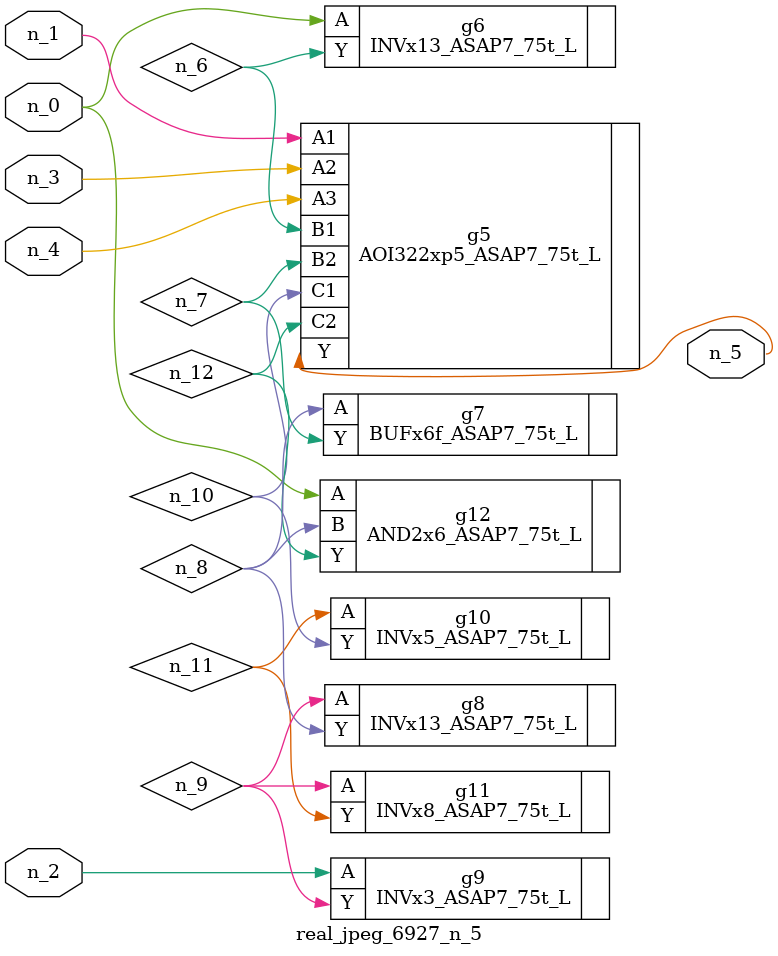
<source format=v>
module real_jpeg_6927_n_5 (n_4, n_0, n_1, n_2, n_3, n_5);

input n_4;
input n_0;
input n_1;
input n_2;
input n_3;

output n_5;

wire n_12;
wire n_8;
wire n_11;
wire n_6;
wire n_7;
wire n_10;
wire n_9;

INVx13_ASAP7_75t_L g6 ( 
.A(n_0),
.Y(n_6)
);

AND2x6_ASAP7_75t_L g12 ( 
.A(n_0),
.B(n_8),
.Y(n_12)
);

AOI322xp5_ASAP7_75t_L g5 ( 
.A1(n_1),
.A2(n_3),
.A3(n_4),
.B1(n_6),
.B2(n_7),
.C1(n_10),
.C2(n_12),
.Y(n_5)
);

INVx3_ASAP7_75t_L g9 ( 
.A(n_2),
.Y(n_9)
);

BUFx6f_ASAP7_75t_L g7 ( 
.A(n_8),
.Y(n_7)
);

INVx13_ASAP7_75t_L g8 ( 
.A(n_9),
.Y(n_8)
);

INVx8_ASAP7_75t_L g11 ( 
.A(n_9),
.Y(n_11)
);

INVx5_ASAP7_75t_L g10 ( 
.A(n_11),
.Y(n_10)
);


endmodule
</source>
